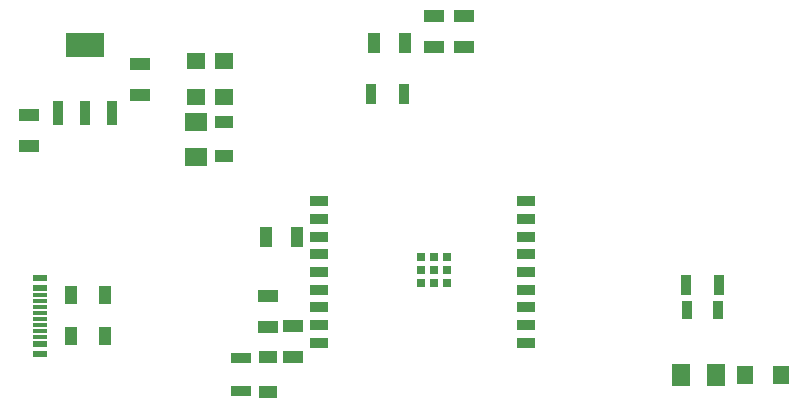
<source format=gbp>
G04*
G04 #@! TF.GenerationSoftware,Altium Limited,Altium Designer,25.6.2 (33)*
G04*
G04 Layer_Color=128*
%FSLAX25Y25*%
%MOIN*%
G70*
G04*
G04 #@! TF.SameCoordinates,A6983FEA-D560-4925-98B3-38CB5C928B3C*
G04*
G04*
G04 #@! TF.FilePolarity,Positive*
G04*
G01*
G75*
%ADD38R,0.06496X0.04331*%
%ADD39R,0.07480X0.05906*%
%ADD40R,0.04331X0.06693*%
%ADD41R,0.06693X0.03740*%
%ADD42R,0.06299X0.04134*%
%ADD43R,0.06693X0.04331*%
%ADD44R,0.04331X0.06496*%
%ADD45R,0.03740X0.06693*%
%ADD46R,0.03543X0.06102*%
%ADD47R,0.06299X0.05512*%
%ADD48R,0.05512X0.06299*%
%ADD49R,0.05906X0.07480*%
%ADD50R,0.05906X0.03543*%
%ADD51R,0.04528X0.02362*%
%ADD52R,0.03740X0.08465*%
%ADD53R,0.04528X0.01181*%
%ADD54R,0.02756X0.02756*%
%ADD55R,0.12795X0.08465*%
D38*
X211000Y247890D02*
D03*
Y259110D02*
D03*
D39*
X201500Y247500D02*
D03*
Y259311D02*
D03*
D40*
X225000Y221000D02*
D03*
X235236D02*
D03*
X260882Y285500D02*
D03*
X271118D02*
D03*
D41*
X216500Y180512D02*
D03*
Y169488D02*
D03*
D42*
X225500Y180807D02*
D03*
Y169193D02*
D03*
D43*
X234000Y191118D02*
D03*
Y180882D02*
D03*
X225500Y201118D02*
D03*
Y190882D02*
D03*
X183000Y268382D02*
D03*
Y278618D02*
D03*
X146000Y251382D02*
D03*
Y261618D02*
D03*
X291000Y294618D02*
D03*
Y284382D02*
D03*
X281000Y294618D02*
D03*
Y284382D02*
D03*
D44*
X159890Y188000D02*
D03*
X171110D02*
D03*
X171110Y201500D02*
D03*
X159890D02*
D03*
D45*
X259988Y268500D02*
D03*
X271012D02*
D03*
X376012Y205000D02*
D03*
X364988D02*
D03*
D46*
X365283Y196500D02*
D03*
X375716D02*
D03*
D47*
X201500Y279405D02*
D03*
Y267595D02*
D03*
X211000Y279405D02*
D03*
Y267595D02*
D03*
D48*
X384594Y175000D02*
D03*
X396406D02*
D03*
D49*
X374905D02*
D03*
X363094D02*
D03*
D50*
X311449Y185583D02*
D03*
X242551Y232827D02*
D03*
X311449Y191488D02*
D03*
Y197394D02*
D03*
Y203299D02*
D03*
Y209205D02*
D03*
Y215110D02*
D03*
Y221016D02*
D03*
Y226921D02*
D03*
Y232827D02*
D03*
X242551Y226921D02*
D03*
Y221016D02*
D03*
Y215110D02*
D03*
Y209205D02*
D03*
Y203299D02*
D03*
Y197394D02*
D03*
Y191488D02*
D03*
Y185583D02*
D03*
D51*
X149721Y207106D02*
D03*
Y181909D02*
D03*
Y203957D02*
D03*
Y185059D02*
D03*
D52*
X173555Y262083D02*
D03*
X164500D02*
D03*
X155445D02*
D03*
D53*
X149721Y201398D02*
D03*
Y189587D02*
D03*
Y197461D02*
D03*
Y193524D02*
D03*
Y187618D02*
D03*
Y191555D02*
D03*
Y199429D02*
D03*
Y195492D02*
D03*
D54*
X276449Y214323D02*
D03*
X280780D02*
D03*
X285110D02*
D03*
Y205661D02*
D03*
X280780D02*
D03*
X276449D02*
D03*
Y209992D02*
D03*
X285110D02*
D03*
X280780D02*
D03*
D55*
X164500Y284917D02*
D03*
M02*

</source>
